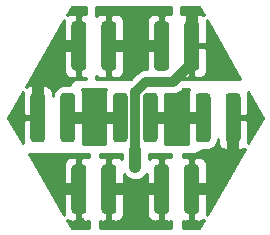
<source format=gbr>
%TF.GenerationSoftware,KiCad,Pcbnew,(5.1.6)-1*%
%TF.CreationDate,2021-11-11T19:19:45-05:00*%
%TF.ProjectId,sevenLEDboard,73657665-6e4c-4454-9462-6f6172642e6b,rev?*%
%TF.SameCoordinates,Original*%
%TF.FileFunction,Copper,L2,Bot*%
%TF.FilePolarity,Positive*%
%FSLAX46Y46*%
G04 Gerber Fmt 4.6, Leading zero omitted, Abs format (unit mm)*
G04 Created by KiCad (PCBNEW (5.1.6)-1) date 2021-11-11 19:19:45*
%MOMM*%
%LPD*%
G01*
G04 APERTURE LIST*
%TA.AperFunction,ViaPad*%
%ADD10C,1.000000*%
%TD*%
%TA.AperFunction,Conductor*%
%ADD11C,0.650000*%
%TD*%
%TA.AperFunction,Conductor*%
%ADD12C,0.850000*%
%TD*%
%TA.AperFunction,Conductor*%
%ADD13C,1.000000*%
%TD*%
%TA.AperFunction,Conductor*%
%ADD14C,0.254000*%
%TD*%
G04 APERTURE END LIST*
%TO.P,D7,2*%
%TO.N,Net-(D6-Pad1)*%
%TA.AperFunction,SMDPad,CuDef*%
G36*
G01*
X148295000Y-70895300D02*
X148295000Y-74460300D01*
G75*
G02*
X147977500Y-74777800I-317500J0D01*
G01*
X147342500Y-74777800D01*
G75*
G02*
X147025000Y-74460300I0J317500D01*
G01*
X147025000Y-70895300D01*
G75*
G02*
X147342500Y-70577800I317500J0D01*
G01*
X147977500Y-70577800D01*
G75*
G02*
X148295000Y-70895300I0J-317500D01*
G01*
G37*
%TD.AperFunction*%
%TO.P,D7,1*%
%TO.N,GND*%
%TA.AperFunction,SMDPad,CuDef*%
G36*
G01*
X150835000Y-70895300D02*
X150835000Y-74460300D01*
G75*
G02*
X150517500Y-74777800I-317500J0D01*
G01*
X149882500Y-74777800D01*
G75*
G02*
X149565000Y-74460300I0J317500D01*
G01*
X149565000Y-70895300D01*
G75*
G02*
X149882500Y-70577800I317500J0D01*
G01*
X150517500Y-70577800D01*
G75*
G02*
X150835000Y-70895300I0J-317500D01*
G01*
G37*
%TD.AperFunction*%
%TD*%
%TO.P,D1,2*%
%TO.N,Net-(D1-Pad2)*%
%TA.AperFunction,SMDPad,CuDef*%
G36*
G01*
X141295000Y-83019700D02*
X141295000Y-86584700D01*
G75*
G02*
X140977500Y-86902200I-317500J0D01*
G01*
X140342500Y-86902200D01*
G75*
G02*
X140025000Y-86584700I0J317500D01*
G01*
X140025000Y-83019700D01*
G75*
G02*
X140342500Y-82702200I317500J0D01*
G01*
X140977500Y-82702200D01*
G75*
G02*
X141295000Y-83019700I0J-317500D01*
G01*
G37*
%TD.AperFunction*%
%TO.P,D1,1*%
%TO.N,Net-(D1-Pad1)*%
%TA.AperFunction,SMDPad,CuDef*%
G36*
G01*
X143835000Y-83019700D02*
X143835000Y-86584700D01*
G75*
G02*
X143517500Y-86902200I-317500J0D01*
G01*
X142882500Y-86902200D01*
G75*
G02*
X142565000Y-86584700I0J317500D01*
G01*
X142565000Y-83019700D01*
G75*
G02*
X142882500Y-82702200I317500J0D01*
G01*
X143517500Y-82702200D01*
G75*
G02*
X143835000Y-83019700I0J-317500D01*
G01*
G37*
%TD.AperFunction*%
%TD*%
%TO.P,D2,2*%
%TO.N,Net-(D1-Pad1)*%
%TA.AperFunction,SMDPad,CuDef*%
G36*
G01*
X148295000Y-83019700D02*
X148295000Y-86584700D01*
G75*
G02*
X147977500Y-86902200I-317500J0D01*
G01*
X147342500Y-86902200D01*
G75*
G02*
X147025000Y-86584700I0J317500D01*
G01*
X147025000Y-83019700D01*
G75*
G02*
X147342500Y-82702200I317500J0D01*
G01*
X147977500Y-82702200D01*
G75*
G02*
X148295000Y-83019700I0J-317500D01*
G01*
G37*
%TD.AperFunction*%
%TO.P,D2,1*%
%TO.N,Net-(D2-Pad1)*%
%TA.AperFunction,SMDPad,CuDef*%
G36*
G01*
X150835000Y-83019700D02*
X150835000Y-86584700D01*
G75*
G02*
X150517500Y-86902200I-317500J0D01*
G01*
X149882500Y-86902200D01*
G75*
G02*
X149565000Y-86584700I0J317500D01*
G01*
X149565000Y-83019700D01*
G75*
G02*
X149882500Y-82702200I317500J0D01*
G01*
X150517500Y-82702200D01*
G75*
G02*
X150835000Y-83019700I0J-317500D01*
G01*
G37*
%TD.AperFunction*%
%TD*%
%TO.P,D3,2*%
%TO.N,Net-(D2-Pad1)*%
%TA.AperFunction,SMDPad,CuDef*%
G36*
G01*
X153065000Y-80522500D02*
X153065000Y-76957500D01*
G75*
G02*
X153382500Y-76640000I317500J0D01*
G01*
X154017500Y-76640000D01*
G75*
G02*
X154335000Y-76957500I0J-317500D01*
G01*
X154335000Y-80522500D01*
G75*
G02*
X154017500Y-80840000I-317500J0D01*
G01*
X153382500Y-80840000D01*
G75*
G02*
X153065000Y-80522500I0J317500D01*
G01*
G37*
%TD.AperFunction*%
%TO.P,D3,1*%
%TO.N,Net-(D3-Pad1)*%
%TA.AperFunction,SMDPad,CuDef*%
G36*
G01*
X150525000Y-80522500D02*
X150525000Y-76957500D01*
G75*
G02*
X150842500Y-76640000I317500J0D01*
G01*
X151477500Y-76640000D01*
G75*
G02*
X151795000Y-76957500I0J-317500D01*
G01*
X151795000Y-80522500D01*
G75*
G02*
X151477500Y-80840000I-317500J0D01*
G01*
X150842500Y-80840000D01*
G75*
G02*
X150525000Y-80522500I0J317500D01*
G01*
G37*
%TD.AperFunction*%
%TD*%
%TO.P,D4,2*%
%TO.N,Net-(D3-Pad1)*%
%TA.AperFunction,SMDPad,CuDef*%
G36*
G01*
X146065000Y-80522500D02*
X146065000Y-76957500D01*
G75*
G02*
X146382500Y-76640000I317500J0D01*
G01*
X147017500Y-76640000D01*
G75*
G02*
X147335000Y-76957500I0J-317500D01*
G01*
X147335000Y-80522500D01*
G75*
G02*
X147017500Y-80840000I-317500J0D01*
G01*
X146382500Y-80840000D01*
G75*
G02*
X146065000Y-80522500I0J317500D01*
G01*
G37*
%TD.AperFunction*%
%TO.P,D4,1*%
%TO.N,Net-(D4-Pad1)*%
%TA.AperFunction,SMDPad,CuDef*%
G36*
G01*
X143525000Y-80522500D02*
X143525000Y-76957500D01*
G75*
G02*
X143842500Y-76640000I317500J0D01*
G01*
X144477500Y-76640000D01*
G75*
G02*
X144795000Y-76957500I0J-317500D01*
G01*
X144795000Y-80522500D01*
G75*
G02*
X144477500Y-80840000I-317500J0D01*
G01*
X143842500Y-80840000D01*
G75*
G02*
X143525000Y-80522500I0J317500D01*
G01*
G37*
%TD.AperFunction*%
%TD*%
%TO.P,D5,2*%
%TO.N,Net-(D4-Pad1)*%
%TA.AperFunction,SMDPad,CuDef*%
G36*
G01*
X139065000Y-80522500D02*
X139065000Y-76957500D01*
G75*
G02*
X139382500Y-76640000I317500J0D01*
G01*
X140017500Y-76640000D01*
G75*
G02*
X140335000Y-76957500I0J-317500D01*
G01*
X140335000Y-80522500D01*
G75*
G02*
X140017500Y-80840000I-317500J0D01*
G01*
X139382500Y-80840000D01*
G75*
G02*
X139065000Y-80522500I0J317500D01*
G01*
G37*
%TD.AperFunction*%
%TO.P,D5,1*%
%TO.N,Net-(D5-Pad1)*%
%TA.AperFunction,SMDPad,CuDef*%
G36*
G01*
X136525000Y-80522500D02*
X136525000Y-76957500D01*
G75*
G02*
X136842500Y-76640000I317500J0D01*
G01*
X137477500Y-76640000D01*
G75*
G02*
X137795000Y-76957500I0J-317500D01*
G01*
X137795000Y-80522500D01*
G75*
G02*
X137477500Y-80840000I-317500J0D01*
G01*
X136842500Y-80840000D01*
G75*
G02*
X136525000Y-80522500I0J317500D01*
G01*
G37*
%TD.AperFunction*%
%TD*%
%TO.P,D6,2*%
%TO.N,Net-(D5-Pad1)*%
%TA.AperFunction,SMDPad,CuDef*%
G36*
G01*
X141295000Y-70895300D02*
X141295000Y-74460300D01*
G75*
G02*
X140977500Y-74777800I-317500J0D01*
G01*
X140342500Y-74777800D01*
G75*
G02*
X140025000Y-74460300I0J317500D01*
G01*
X140025000Y-70895300D01*
G75*
G02*
X140342500Y-70577800I317500J0D01*
G01*
X140977500Y-70577800D01*
G75*
G02*
X141295000Y-70895300I0J-317500D01*
G01*
G37*
%TD.AperFunction*%
%TO.P,D6,1*%
%TO.N,Net-(D6-Pad1)*%
%TA.AperFunction,SMDPad,CuDef*%
G36*
G01*
X143835000Y-70895300D02*
X143835000Y-74460300D01*
G75*
G02*
X143517500Y-74777800I-317500J0D01*
G01*
X142882500Y-74777800D01*
G75*
G02*
X142565000Y-74460300I0J317500D01*
G01*
X142565000Y-70895300D01*
G75*
G02*
X142882500Y-70577800I317500J0D01*
G01*
X143517500Y-70577800D01*
G75*
G02*
X143835000Y-70895300I0J-317500D01*
G01*
G37*
%TD.AperFunction*%
%TD*%
D10*
%TO.N,GND*%
X145430000Y-81500000D03*
X150200000Y-69880000D03*
X153162000Y-74676000D03*
X145430000Y-82916000D03*
%TO.N,Net-(D1-Pad2)*%
X138900000Y-84802200D03*
X140716000Y-87630000D03*
%TD*%
D11*
%TO.N,GND*%
X145430000Y-76728510D02*
X145425000Y-76723510D01*
X150200000Y-74100000D02*
X150200000Y-72677800D01*
D12*
X148600000Y-75700000D02*
X150200000Y-74100000D01*
X146300000Y-75700000D02*
X148600000Y-75700000D01*
D11*
X145430000Y-76728510D02*
X145430000Y-76570000D01*
D13*
X150200000Y-72677800D02*
X150200000Y-69880000D01*
D12*
X145430000Y-76570000D02*
X146300000Y-75700000D01*
X145430000Y-81500000D02*
X145430000Y-76570000D01*
D13*
X145430000Y-81500000D02*
X145430000Y-82916000D01*
%TO.N,Net-(D1-Pad2)*%
X140002200Y-84802200D02*
X138900000Y-84802200D01*
X140660000Y-84802200D02*
X140002200Y-84802200D01*
X140002200Y-84802200D02*
X139192000Y-84802200D01*
%TO.N,Net-(D1-Pad1)*%
X143200000Y-84802200D02*
X147660000Y-84802200D01*
%TO.N,Net-(D2-Pad1)*%
X150200000Y-84802200D02*
X151797800Y-84802200D01*
X150200000Y-84802200D02*
X151697800Y-84802200D01*
X151697800Y-84802200D02*
X152400000Y-84100000D01*
X152400000Y-84100000D02*
X152400000Y-83600000D01*
X153700000Y-82300000D02*
X153700000Y-78740000D01*
X152400000Y-83600000D02*
X153700000Y-82300000D01*
%TO.N,Net-(D3-Pad1)*%
X146700000Y-78740000D02*
X151160000Y-78740000D01*
%TO.N,Net-(D4-Pad1)*%
X139700000Y-78740000D02*
X144160000Y-78740000D01*
%TO.N,Net-(D5-Pad1)*%
X137160000Y-78740000D02*
X137160000Y-75840000D01*
X137160000Y-75840000D02*
X138700000Y-74300000D01*
X138700000Y-74300000D02*
X138700000Y-72900000D01*
X138922200Y-72677800D02*
X140660000Y-72677800D01*
X138700000Y-72900000D02*
X138922200Y-72677800D01*
%TO.N,Net-(D6-Pad1)*%
X147660000Y-72677800D02*
X143200000Y-72677800D01*
%TD*%
D14*
%TO.N,Net-(D6-Pad1)*%
G36*
X148473000Y-69968223D02*
G01*
X148419482Y-69951988D01*
X148295000Y-69939728D01*
X147945750Y-69942800D01*
X147787000Y-70101550D01*
X147787000Y-72550800D01*
X147807000Y-72550800D01*
X147807000Y-72804800D01*
X147787000Y-72804800D01*
X147787000Y-72824800D01*
X147533000Y-72824800D01*
X147533000Y-72804800D01*
X146548750Y-72804800D01*
X146390000Y-72963550D01*
X146387161Y-74640000D01*
X146352058Y-74640000D01*
X146300000Y-74634873D01*
X146247942Y-74640000D01*
X146247934Y-74640000D01*
X146110319Y-74653554D01*
X146092203Y-74655338D01*
X145892393Y-74715950D01*
X145708247Y-74814378D01*
X145546841Y-74946841D01*
X145513651Y-74987284D01*
X145027935Y-75473000D01*
X142127000Y-75473000D01*
X142127000Y-75239806D01*
X142210506Y-75308337D01*
X142320820Y-75367302D01*
X142440518Y-75403612D01*
X142565000Y-75415872D01*
X142914250Y-75412800D01*
X143073000Y-75254050D01*
X143073000Y-72804800D01*
X143327000Y-72804800D01*
X143327000Y-75254050D01*
X143485750Y-75412800D01*
X143835000Y-75415872D01*
X143959482Y-75403612D01*
X144079180Y-75367302D01*
X144189494Y-75308337D01*
X144286185Y-75228985D01*
X144365537Y-75132294D01*
X144424502Y-75021980D01*
X144460812Y-74902282D01*
X144473072Y-74777800D01*
X144470000Y-72963550D01*
X144311250Y-72804800D01*
X143327000Y-72804800D01*
X143073000Y-72804800D01*
X143053000Y-72804800D01*
X143053000Y-72550800D01*
X143073000Y-72550800D01*
X143073000Y-70101550D01*
X143327000Y-70101550D01*
X143327000Y-72550800D01*
X144311250Y-72550800D01*
X144470000Y-72392050D01*
X144473072Y-70577800D01*
X146386928Y-70577800D01*
X146390000Y-72392050D01*
X146548750Y-72550800D01*
X147533000Y-72550800D01*
X147533000Y-70101550D01*
X147374250Y-69942800D01*
X147025000Y-69939728D01*
X146900518Y-69951988D01*
X146780820Y-69988298D01*
X146670506Y-70047263D01*
X146573815Y-70126615D01*
X146494463Y-70223306D01*
X146435498Y-70333620D01*
X146399188Y-70453318D01*
X146386928Y-70577800D01*
X144473072Y-70577800D01*
X144460812Y-70453318D01*
X144424502Y-70333620D01*
X144365537Y-70223306D01*
X144286185Y-70126615D01*
X144189494Y-70047263D01*
X144079180Y-69988298D01*
X143959482Y-69951988D01*
X143835000Y-69939728D01*
X143485750Y-69942800D01*
X143327000Y-70101550D01*
X143073000Y-70101550D01*
X142914250Y-69942800D01*
X142565000Y-69939728D01*
X142440518Y-69951988D01*
X142320820Y-69988298D01*
X142210506Y-70047263D01*
X142127000Y-70115794D01*
X142127000Y-69400000D01*
X148473000Y-69400000D01*
X148473000Y-69968223D01*
G37*
X148473000Y-69968223D02*
X148419482Y-69951988D01*
X148295000Y-69939728D01*
X147945750Y-69942800D01*
X147787000Y-70101550D01*
X147787000Y-72550800D01*
X147807000Y-72550800D01*
X147807000Y-72804800D01*
X147787000Y-72804800D01*
X147787000Y-72824800D01*
X147533000Y-72824800D01*
X147533000Y-72804800D01*
X146548750Y-72804800D01*
X146390000Y-72963550D01*
X146387161Y-74640000D01*
X146352058Y-74640000D01*
X146300000Y-74634873D01*
X146247942Y-74640000D01*
X146247934Y-74640000D01*
X146110319Y-74653554D01*
X146092203Y-74655338D01*
X145892393Y-74715950D01*
X145708247Y-74814378D01*
X145546841Y-74946841D01*
X145513651Y-74987284D01*
X145027935Y-75473000D01*
X142127000Y-75473000D01*
X142127000Y-75239806D01*
X142210506Y-75308337D01*
X142320820Y-75367302D01*
X142440518Y-75403612D01*
X142565000Y-75415872D01*
X142914250Y-75412800D01*
X143073000Y-75254050D01*
X143073000Y-72804800D01*
X143327000Y-72804800D01*
X143327000Y-75254050D01*
X143485750Y-75412800D01*
X143835000Y-75415872D01*
X143959482Y-75403612D01*
X144079180Y-75367302D01*
X144189494Y-75308337D01*
X144286185Y-75228985D01*
X144365537Y-75132294D01*
X144424502Y-75021980D01*
X144460812Y-74902282D01*
X144473072Y-74777800D01*
X144470000Y-72963550D01*
X144311250Y-72804800D01*
X143327000Y-72804800D01*
X143073000Y-72804800D01*
X143053000Y-72804800D01*
X143053000Y-72550800D01*
X143073000Y-72550800D01*
X143073000Y-70101550D01*
X143327000Y-70101550D01*
X143327000Y-72550800D01*
X144311250Y-72550800D01*
X144470000Y-72392050D01*
X144473072Y-70577800D01*
X146386928Y-70577800D01*
X146390000Y-72392050D01*
X146548750Y-72550800D01*
X147533000Y-72550800D01*
X147533000Y-70101550D01*
X147374250Y-69942800D01*
X147025000Y-69939728D01*
X146900518Y-69951988D01*
X146780820Y-69988298D01*
X146670506Y-70047263D01*
X146573815Y-70126615D01*
X146494463Y-70223306D01*
X146435498Y-70333620D01*
X146399188Y-70453318D01*
X146386928Y-70577800D01*
X144473072Y-70577800D01*
X144460812Y-70453318D01*
X144424502Y-70333620D01*
X144365537Y-70223306D01*
X144286185Y-70126615D01*
X144189494Y-70047263D01*
X144079180Y-69988298D01*
X143959482Y-69951988D01*
X143835000Y-69939728D01*
X143485750Y-69942800D01*
X143327000Y-70101550D01*
X143073000Y-70101550D01*
X142914250Y-69942800D01*
X142565000Y-69939728D01*
X142440518Y-69951988D01*
X142320820Y-69988298D01*
X142210506Y-70047263D01*
X142127000Y-70115794D01*
X142127000Y-69400000D01*
X148473000Y-69400000D01*
X148473000Y-69968223D01*
%TO.N,Net-(D3-Pad1)*%
G36*
X149935498Y-76395820D02*
G01*
X149899188Y-76515518D01*
X149886928Y-76640000D01*
X149890000Y-78454250D01*
X150048750Y-78613000D01*
X150773000Y-78613000D01*
X150773000Y-78867000D01*
X150048750Y-78867000D01*
X149890000Y-79025750D01*
X149886928Y-80840000D01*
X149899188Y-80964482D01*
X149901772Y-80973000D01*
X147958228Y-80973000D01*
X147960812Y-80964482D01*
X147973072Y-80840000D01*
X147970000Y-79025750D01*
X147811250Y-78867000D01*
X146827000Y-78867000D01*
X146827000Y-78887000D01*
X146573000Y-78887000D01*
X146573000Y-78867000D01*
X146553000Y-78867000D01*
X146553000Y-78613000D01*
X146573000Y-78613000D01*
X146573000Y-78593000D01*
X146827000Y-78593000D01*
X146827000Y-78613000D01*
X147811250Y-78613000D01*
X147970000Y-78454250D01*
X147972869Y-76760000D01*
X148547944Y-76760000D01*
X148600000Y-76765127D01*
X148652056Y-76760000D01*
X148652066Y-76760000D01*
X148807796Y-76744662D01*
X149007607Y-76684050D01*
X149191753Y-76585622D01*
X149353159Y-76453159D01*
X149386353Y-76412712D01*
X149472065Y-76327000D01*
X149972284Y-76327000D01*
X149935498Y-76395820D01*
G37*
X149935498Y-76395820D02*
X149899188Y-76515518D01*
X149886928Y-76640000D01*
X149890000Y-78454250D01*
X150048750Y-78613000D01*
X150773000Y-78613000D01*
X150773000Y-78867000D01*
X150048750Y-78867000D01*
X149890000Y-79025750D01*
X149886928Y-80840000D01*
X149899188Y-80964482D01*
X149901772Y-80973000D01*
X147958228Y-80973000D01*
X147960812Y-80964482D01*
X147973072Y-80840000D01*
X147970000Y-79025750D01*
X147811250Y-78867000D01*
X146827000Y-78867000D01*
X146827000Y-78887000D01*
X146573000Y-78887000D01*
X146573000Y-78867000D01*
X146553000Y-78867000D01*
X146553000Y-78613000D01*
X146573000Y-78613000D01*
X146573000Y-78593000D01*
X146827000Y-78593000D01*
X146827000Y-78613000D01*
X147811250Y-78613000D01*
X147970000Y-78454250D01*
X147972869Y-76760000D01*
X148547944Y-76760000D01*
X148600000Y-76765127D01*
X148652056Y-76760000D01*
X148652066Y-76760000D01*
X148807796Y-76744662D01*
X149007607Y-76684050D01*
X149191753Y-76585622D01*
X149353159Y-76453159D01*
X149386353Y-76412712D01*
X149472065Y-76327000D01*
X149972284Y-76327000D01*
X149935498Y-76395820D01*
%TO.N,GND*%
G36*
X151202994Y-70058342D02*
G01*
X151189494Y-70047263D01*
X151079180Y-69988298D01*
X150959482Y-69951988D01*
X150835000Y-69939728D01*
X150485750Y-69942800D01*
X150327000Y-70101550D01*
X150327000Y-72550800D01*
X151311250Y-72550800D01*
X151470000Y-72392050D01*
X151473072Y-70577800D01*
X151466941Y-70515553D01*
X154328875Y-75473000D01*
X149327000Y-75473000D01*
X149327000Y-75369177D01*
X149440518Y-75403612D01*
X149565000Y-75415872D01*
X149914250Y-75412800D01*
X150073000Y-75254050D01*
X150073000Y-72804800D01*
X150327000Y-72804800D01*
X150327000Y-75254050D01*
X150485750Y-75412800D01*
X150835000Y-75415872D01*
X150959482Y-75403612D01*
X151079180Y-75367302D01*
X151189494Y-75308337D01*
X151286185Y-75228985D01*
X151365537Y-75132294D01*
X151424502Y-75021980D01*
X151460812Y-74902282D01*
X151473072Y-74777800D01*
X151470000Y-72963550D01*
X151311250Y-72804800D01*
X150327000Y-72804800D01*
X150073000Y-72804800D01*
X150053000Y-72804800D01*
X150053000Y-72550800D01*
X150073000Y-72550800D01*
X150073000Y-70101550D01*
X149914250Y-69942800D01*
X149565000Y-69939728D01*
X149440518Y-69951988D01*
X149327000Y-69986423D01*
X149327000Y-69400000D01*
X150822933Y-69400000D01*
X151202994Y-70058342D01*
G37*
X151202994Y-70058342D02*
X151189494Y-70047263D01*
X151079180Y-69988298D01*
X150959482Y-69951988D01*
X150835000Y-69939728D01*
X150485750Y-69942800D01*
X150327000Y-70101550D01*
X150327000Y-72550800D01*
X151311250Y-72550800D01*
X151470000Y-72392050D01*
X151473072Y-70577800D01*
X151466941Y-70515553D01*
X154328875Y-75473000D01*
X149327000Y-75473000D01*
X149327000Y-75369177D01*
X149440518Y-75403612D01*
X149565000Y-75415872D01*
X149914250Y-75412800D01*
X150073000Y-75254050D01*
X150073000Y-72804800D01*
X150327000Y-72804800D01*
X150327000Y-75254050D01*
X150485750Y-75412800D01*
X150835000Y-75415872D01*
X150959482Y-75403612D01*
X151079180Y-75367302D01*
X151189494Y-75308337D01*
X151286185Y-75228985D01*
X151365537Y-75132294D01*
X151424502Y-75021980D01*
X151460812Y-74902282D01*
X151473072Y-74777800D01*
X151470000Y-72963550D01*
X151311250Y-72804800D01*
X150327000Y-72804800D01*
X150073000Y-72804800D01*
X150053000Y-72804800D01*
X150053000Y-72550800D01*
X150073000Y-72550800D01*
X150073000Y-70101550D01*
X149914250Y-69942800D01*
X149565000Y-69939728D01*
X149440518Y-69951988D01*
X149327000Y-69986423D01*
X149327000Y-69400000D01*
X150822933Y-69400000D01*
X151202994Y-70058342D01*
%TO.N,Net-(D5-Pad1)*%
G36*
X141273000Y-69939922D02*
G01*
X140945750Y-69942800D01*
X140787000Y-70101550D01*
X140787000Y-72550800D01*
X140807000Y-72550800D01*
X140807000Y-72804800D01*
X140787000Y-72804800D01*
X140787000Y-75254050D01*
X140945750Y-75412800D01*
X141273000Y-75415678D01*
X141273000Y-75473000D01*
X140300000Y-75473000D01*
X140275224Y-75475440D01*
X140251399Y-75482667D01*
X140229443Y-75494403D01*
X140210197Y-75510197D01*
X139910197Y-75810197D01*
X139894403Y-75829443D01*
X139882667Y-75851399D01*
X139875440Y-75875224D01*
X139873000Y-75900000D01*
X139873000Y-76001928D01*
X139382500Y-76001928D01*
X139196077Y-76020289D01*
X139016818Y-76074667D01*
X138851613Y-76162971D01*
X138706809Y-76281809D01*
X138587971Y-76426613D01*
X138499667Y-76591818D01*
X138445289Y-76771077D01*
X138432632Y-76899581D01*
X138433072Y-76640000D01*
X138420812Y-76515518D01*
X138384502Y-76395820D01*
X138325537Y-76285506D01*
X138246185Y-76188815D01*
X138149494Y-76109463D01*
X138039180Y-76050498D01*
X137919482Y-76014188D01*
X137795000Y-76001928D01*
X137445750Y-76005000D01*
X137287000Y-76163750D01*
X137287000Y-78613000D01*
X137307000Y-78613000D01*
X137307000Y-78867000D01*
X137287000Y-78867000D01*
X137287000Y-78887000D01*
X137033000Y-78887000D01*
X137033000Y-78867000D01*
X136048750Y-78867000D01*
X135890000Y-79025750D01*
X135886928Y-80840000D01*
X135892999Y-80901638D01*
X134645085Y-78740000D01*
X135892999Y-76578362D01*
X135886928Y-76640000D01*
X135890000Y-78454250D01*
X136048750Y-78613000D01*
X137033000Y-78613000D01*
X137033000Y-76163750D01*
X136874250Y-76005000D01*
X136525000Y-76001928D01*
X136400518Y-76014188D01*
X136280820Y-76050498D01*
X136170506Y-76109463D01*
X136157561Y-76120087D01*
X136932463Y-74777800D01*
X139386928Y-74777800D01*
X139399188Y-74902282D01*
X139435498Y-75021980D01*
X139494463Y-75132294D01*
X139573815Y-75228985D01*
X139670506Y-75308337D01*
X139780820Y-75367302D01*
X139900518Y-75403612D01*
X140025000Y-75415872D01*
X140374250Y-75412800D01*
X140533000Y-75254050D01*
X140533000Y-72804800D01*
X139548750Y-72804800D01*
X139390000Y-72963550D01*
X139386928Y-74777800D01*
X136932463Y-74777800D01*
X139393059Y-70515553D01*
X139386928Y-70577800D01*
X139390000Y-72392050D01*
X139548750Y-72550800D01*
X140533000Y-72550800D01*
X140533000Y-70101550D01*
X140374250Y-69942800D01*
X140025000Y-69939728D01*
X139900518Y-69951988D01*
X139780820Y-69988298D01*
X139670506Y-70047263D01*
X139657007Y-70058341D01*
X140037068Y-69400000D01*
X141273000Y-69400000D01*
X141273000Y-69939922D01*
G37*
X141273000Y-69939922D02*
X140945750Y-69942800D01*
X140787000Y-70101550D01*
X140787000Y-72550800D01*
X140807000Y-72550800D01*
X140807000Y-72804800D01*
X140787000Y-72804800D01*
X140787000Y-75254050D01*
X140945750Y-75412800D01*
X141273000Y-75415678D01*
X141273000Y-75473000D01*
X140300000Y-75473000D01*
X140275224Y-75475440D01*
X140251399Y-75482667D01*
X140229443Y-75494403D01*
X140210197Y-75510197D01*
X139910197Y-75810197D01*
X139894403Y-75829443D01*
X139882667Y-75851399D01*
X139875440Y-75875224D01*
X139873000Y-75900000D01*
X139873000Y-76001928D01*
X139382500Y-76001928D01*
X139196077Y-76020289D01*
X139016818Y-76074667D01*
X138851613Y-76162971D01*
X138706809Y-76281809D01*
X138587971Y-76426613D01*
X138499667Y-76591818D01*
X138445289Y-76771077D01*
X138432632Y-76899581D01*
X138433072Y-76640000D01*
X138420812Y-76515518D01*
X138384502Y-76395820D01*
X138325537Y-76285506D01*
X138246185Y-76188815D01*
X138149494Y-76109463D01*
X138039180Y-76050498D01*
X137919482Y-76014188D01*
X137795000Y-76001928D01*
X137445750Y-76005000D01*
X137287000Y-76163750D01*
X137287000Y-78613000D01*
X137307000Y-78613000D01*
X137307000Y-78867000D01*
X137287000Y-78867000D01*
X137287000Y-78887000D01*
X137033000Y-78887000D01*
X137033000Y-78867000D01*
X136048750Y-78867000D01*
X135890000Y-79025750D01*
X135886928Y-80840000D01*
X135892999Y-80901638D01*
X134645085Y-78740000D01*
X135892999Y-76578362D01*
X135886928Y-76640000D01*
X135890000Y-78454250D01*
X136048750Y-78613000D01*
X137033000Y-78613000D01*
X137033000Y-76163750D01*
X136874250Y-76005000D01*
X136525000Y-76001928D01*
X136400518Y-76014188D01*
X136280820Y-76050498D01*
X136170506Y-76109463D01*
X136157561Y-76120087D01*
X136932463Y-74777800D01*
X139386928Y-74777800D01*
X139399188Y-74902282D01*
X139435498Y-75021980D01*
X139494463Y-75132294D01*
X139573815Y-75228985D01*
X139670506Y-75308337D01*
X139780820Y-75367302D01*
X139900518Y-75403612D01*
X140025000Y-75415872D01*
X140374250Y-75412800D01*
X140533000Y-75254050D01*
X140533000Y-72804800D01*
X139548750Y-72804800D01*
X139390000Y-72963550D01*
X139386928Y-74777800D01*
X136932463Y-74777800D01*
X139393059Y-70515553D01*
X139386928Y-70577800D01*
X139390000Y-72392050D01*
X139548750Y-72550800D01*
X140533000Y-72550800D01*
X140533000Y-70101550D01*
X140374250Y-69942800D01*
X140025000Y-69939728D01*
X139900518Y-69951988D01*
X139780820Y-69988298D01*
X139670506Y-70047263D01*
X139657007Y-70058341D01*
X140037068Y-69400000D01*
X141273000Y-69400000D01*
X141273000Y-69939922D01*
%TO.N,Net-(D2-Pad1)*%
G36*
X156214914Y-78740000D02*
G01*
X154967001Y-80901637D01*
X154973072Y-80840000D01*
X154970000Y-79025750D01*
X154811250Y-78867000D01*
X153827000Y-78867000D01*
X153827000Y-81316250D01*
X153985750Y-81475000D01*
X154335000Y-81478072D01*
X154459482Y-81465812D01*
X154579180Y-81429502D01*
X154689494Y-81370537D01*
X154702438Y-81359914D01*
X151466941Y-86964447D01*
X151473072Y-86902200D01*
X151470000Y-85087950D01*
X151311250Y-84929200D01*
X150327000Y-84929200D01*
X150327000Y-87378450D01*
X150485750Y-87537200D01*
X150835000Y-87540272D01*
X150959482Y-87528012D01*
X151079180Y-87491702D01*
X151189494Y-87432737D01*
X151202994Y-87421658D01*
X150822933Y-88080000D01*
X149427000Y-88080000D01*
X149427000Y-87523911D01*
X149440518Y-87528012D01*
X149565000Y-87540272D01*
X149914250Y-87537200D01*
X150073000Y-87378450D01*
X150073000Y-84929200D01*
X150053000Y-84929200D01*
X150053000Y-84675200D01*
X150073000Y-84675200D01*
X150073000Y-82225950D01*
X150327000Y-82225950D01*
X150327000Y-84675200D01*
X151311250Y-84675200D01*
X151470000Y-84516450D01*
X151473072Y-82702200D01*
X151460812Y-82577718D01*
X151424502Y-82458020D01*
X151365537Y-82347706D01*
X151286185Y-82251015D01*
X151189494Y-82171663D01*
X151079180Y-82112698D01*
X150959482Y-82076388D01*
X150835000Y-82064128D01*
X150485750Y-82067200D01*
X150327000Y-82225950D01*
X150073000Y-82225950D01*
X149914250Y-82067200D01*
X149565000Y-82064128D01*
X149440518Y-82076388D01*
X149427000Y-82080489D01*
X149427000Y-81827000D01*
X150400000Y-81827000D01*
X150424776Y-81824560D01*
X150453706Y-81815085D01*
X151175877Y-81478072D01*
X151477500Y-81478072D01*
X151663923Y-81459711D01*
X151843182Y-81405333D01*
X152008387Y-81317029D01*
X152153191Y-81198191D01*
X152272029Y-81053387D01*
X152360333Y-80888182D01*
X152414711Y-80708923D01*
X152427368Y-80580419D01*
X152426928Y-80840000D01*
X152439188Y-80964482D01*
X152475498Y-81084180D01*
X152534463Y-81194494D01*
X152613815Y-81291185D01*
X152710506Y-81370537D01*
X152820820Y-81429502D01*
X152940518Y-81465812D01*
X153065000Y-81478072D01*
X153414250Y-81475000D01*
X153573000Y-81316250D01*
X153573000Y-78867000D01*
X153553000Y-78867000D01*
X153553000Y-78613000D01*
X153573000Y-78613000D01*
X153573000Y-78593000D01*
X153827000Y-78593000D01*
X153827000Y-78613000D01*
X154811250Y-78613000D01*
X154970000Y-78454250D01*
X154973072Y-76640000D01*
X154967001Y-76578363D01*
X156214914Y-78740000D01*
G37*
X156214914Y-78740000D02*
X154967001Y-80901637D01*
X154973072Y-80840000D01*
X154970000Y-79025750D01*
X154811250Y-78867000D01*
X153827000Y-78867000D01*
X153827000Y-81316250D01*
X153985750Y-81475000D01*
X154335000Y-81478072D01*
X154459482Y-81465812D01*
X154579180Y-81429502D01*
X154689494Y-81370537D01*
X154702438Y-81359914D01*
X151466941Y-86964447D01*
X151473072Y-86902200D01*
X151470000Y-85087950D01*
X151311250Y-84929200D01*
X150327000Y-84929200D01*
X150327000Y-87378450D01*
X150485750Y-87537200D01*
X150835000Y-87540272D01*
X150959482Y-87528012D01*
X151079180Y-87491702D01*
X151189494Y-87432737D01*
X151202994Y-87421658D01*
X150822933Y-88080000D01*
X149427000Y-88080000D01*
X149427000Y-87523911D01*
X149440518Y-87528012D01*
X149565000Y-87540272D01*
X149914250Y-87537200D01*
X150073000Y-87378450D01*
X150073000Y-84929200D01*
X150053000Y-84929200D01*
X150053000Y-84675200D01*
X150073000Y-84675200D01*
X150073000Y-82225950D01*
X150327000Y-82225950D01*
X150327000Y-84675200D01*
X151311250Y-84675200D01*
X151470000Y-84516450D01*
X151473072Y-82702200D01*
X151460812Y-82577718D01*
X151424502Y-82458020D01*
X151365537Y-82347706D01*
X151286185Y-82251015D01*
X151189494Y-82171663D01*
X151079180Y-82112698D01*
X150959482Y-82076388D01*
X150835000Y-82064128D01*
X150485750Y-82067200D01*
X150327000Y-82225950D01*
X150073000Y-82225950D01*
X149914250Y-82067200D01*
X149565000Y-82064128D01*
X149440518Y-82076388D01*
X149427000Y-82080489D01*
X149427000Y-81827000D01*
X150400000Y-81827000D01*
X150424776Y-81824560D01*
X150453706Y-81815085D01*
X151175877Y-81478072D01*
X151477500Y-81478072D01*
X151663923Y-81459711D01*
X151843182Y-81405333D01*
X152008387Y-81317029D01*
X152153191Y-81198191D01*
X152272029Y-81053387D01*
X152360333Y-80888182D01*
X152414711Y-80708923D01*
X152427368Y-80580419D01*
X152426928Y-80840000D01*
X152439188Y-80964482D01*
X152475498Y-81084180D01*
X152534463Y-81194494D01*
X152613815Y-81291185D01*
X152710506Y-81370537D01*
X152820820Y-81429502D01*
X152940518Y-81465812D01*
X153065000Y-81478072D01*
X153414250Y-81475000D01*
X153573000Y-81316250D01*
X153573000Y-78867000D01*
X153553000Y-78867000D01*
X153553000Y-78613000D01*
X153573000Y-78613000D01*
X153573000Y-78593000D01*
X153827000Y-78593000D01*
X153827000Y-78613000D01*
X154811250Y-78613000D01*
X154970000Y-78454250D01*
X154973072Y-76640000D01*
X154967001Y-76578363D01*
X156214914Y-78740000D01*
%TO.N,Net-(D1-Pad2)*%
G36*
X141473000Y-82092623D02*
G01*
X141419482Y-82076388D01*
X141295000Y-82064128D01*
X140945750Y-82067200D01*
X140787000Y-82225950D01*
X140787000Y-84675200D01*
X140807000Y-84675200D01*
X140807000Y-84929200D01*
X140787000Y-84929200D01*
X140787000Y-87378450D01*
X140945750Y-87537200D01*
X141295000Y-87540272D01*
X141419482Y-87528012D01*
X141473000Y-87511777D01*
X141473000Y-88080000D01*
X140037068Y-88080000D01*
X139657007Y-87421659D01*
X139670506Y-87432737D01*
X139780820Y-87491702D01*
X139900518Y-87528012D01*
X140025000Y-87540272D01*
X140374250Y-87537200D01*
X140533000Y-87378450D01*
X140533000Y-84929200D01*
X139548750Y-84929200D01*
X139390000Y-85087950D01*
X139386928Y-86902200D01*
X139393059Y-86964447D01*
X136932464Y-82702200D01*
X139386928Y-82702200D01*
X139390000Y-84516450D01*
X139548750Y-84675200D01*
X140533000Y-84675200D01*
X140533000Y-82225950D01*
X140374250Y-82067200D01*
X140025000Y-82064128D01*
X139900518Y-82076388D01*
X139780820Y-82112698D01*
X139670506Y-82171663D01*
X139573815Y-82251015D01*
X139494463Y-82347706D01*
X139435498Y-82458020D01*
X139399188Y-82577718D01*
X139386928Y-82702200D01*
X136932464Y-82702200D01*
X136427210Y-81827000D01*
X141473000Y-81827000D01*
X141473000Y-82092623D01*
G37*
X141473000Y-82092623D02*
X141419482Y-82076388D01*
X141295000Y-82064128D01*
X140945750Y-82067200D01*
X140787000Y-82225950D01*
X140787000Y-84675200D01*
X140807000Y-84675200D01*
X140807000Y-84929200D01*
X140787000Y-84929200D01*
X140787000Y-87378450D01*
X140945750Y-87537200D01*
X141295000Y-87540272D01*
X141419482Y-87528012D01*
X141473000Y-87511777D01*
X141473000Y-88080000D01*
X140037068Y-88080000D01*
X139657007Y-87421659D01*
X139670506Y-87432737D01*
X139780820Y-87491702D01*
X139900518Y-87528012D01*
X140025000Y-87540272D01*
X140374250Y-87537200D01*
X140533000Y-87378450D01*
X140533000Y-84929200D01*
X139548750Y-84929200D01*
X139390000Y-85087950D01*
X139386928Y-86902200D01*
X139393059Y-86964447D01*
X136932464Y-82702200D01*
X139386928Y-82702200D01*
X139390000Y-84516450D01*
X139548750Y-84675200D01*
X140533000Y-84675200D01*
X140533000Y-82225950D01*
X140374250Y-82067200D01*
X140025000Y-82064128D01*
X139900518Y-82076388D01*
X139780820Y-82112698D01*
X139670506Y-82171663D01*
X139573815Y-82251015D01*
X139494463Y-82347706D01*
X139435498Y-82458020D01*
X139399188Y-82577718D01*
X139386928Y-82702200D01*
X136932464Y-82702200D01*
X136427210Y-81827000D01*
X141473000Y-81827000D01*
X141473000Y-82092623D01*
%TO.N,Net-(D1-Pad1)*%
G36*
X144295000Y-82261756D02*
G01*
X144286185Y-82251015D01*
X144189494Y-82171663D01*
X144079180Y-82112698D01*
X143959482Y-82076388D01*
X143835000Y-82064128D01*
X143485750Y-82067200D01*
X143327000Y-82225950D01*
X143327000Y-84675200D01*
X144311250Y-84675200D01*
X144470000Y-84516450D01*
X144471669Y-83530824D01*
X144481717Y-83549623D01*
X144517254Y-83592925D01*
X144548388Y-83639520D01*
X144588014Y-83679146D01*
X144623552Y-83722449D01*
X144666855Y-83757987D01*
X144706480Y-83797612D01*
X144753074Y-83828745D01*
X144796378Y-83864284D01*
X144845782Y-83890691D01*
X144892376Y-83921824D01*
X144944153Y-83943271D01*
X144993554Y-83969676D01*
X145047155Y-83985936D01*
X145098933Y-84007383D01*
X145153897Y-84018316D01*
X145207502Y-84034577D01*
X145263252Y-84040068D01*
X145318212Y-84051000D01*
X145374249Y-84051000D01*
X145430000Y-84056491D01*
X145485752Y-84051000D01*
X145541788Y-84051000D01*
X145596747Y-84040068D01*
X145652499Y-84034577D01*
X145706106Y-84018315D01*
X145761067Y-84007383D01*
X145812842Y-83985937D01*
X145866447Y-83969676D01*
X145915851Y-83943269D01*
X145967624Y-83921824D01*
X146014214Y-83890693D01*
X146063623Y-83864284D01*
X146106932Y-83828741D01*
X146153520Y-83797612D01*
X146193141Y-83757991D01*
X146236449Y-83722449D01*
X146271991Y-83679141D01*
X146311612Y-83639520D01*
X146342741Y-83592932D01*
X146378284Y-83549623D01*
X146388331Y-83530826D01*
X146390000Y-84516450D01*
X146548750Y-84675200D01*
X147533000Y-84675200D01*
X147533000Y-82225950D01*
X147374250Y-82067200D01*
X147025000Y-82064128D01*
X146900518Y-82076388D01*
X146780820Y-82112698D01*
X146670506Y-82171663D01*
X146573815Y-82251015D01*
X146565000Y-82261756D01*
X146565000Y-81827000D01*
X148473000Y-81827000D01*
X148473000Y-82092623D01*
X148419482Y-82076388D01*
X148295000Y-82064128D01*
X147945750Y-82067200D01*
X147787000Y-82225950D01*
X147787000Y-84675200D01*
X147807000Y-84675200D01*
X147807000Y-84929200D01*
X147787000Y-84929200D01*
X147787000Y-87378450D01*
X147945750Y-87537200D01*
X148295000Y-87540272D01*
X148419482Y-87528012D01*
X148473000Y-87511777D01*
X148473000Y-88080000D01*
X142427000Y-88080000D01*
X142427000Y-87523911D01*
X142440518Y-87528012D01*
X142565000Y-87540272D01*
X142914250Y-87537200D01*
X143073000Y-87378450D01*
X143073000Y-84929200D01*
X143327000Y-84929200D01*
X143327000Y-87378450D01*
X143485750Y-87537200D01*
X143835000Y-87540272D01*
X143959482Y-87528012D01*
X144079180Y-87491702D01*
X144189494Y-87432737D01*
X144286185Y-87353385D01*
X144365537Y-87256694D01*
X144424502Y-87146380D01*
X144460812Y-87026682D01*
X144473072Y-86902200D01*
X146386928Y-86902200D01*
X146399188Y-87026682D01*
X146435498Y-87146380D01*
X146494463Y-87256694D01*
X146573815Y-87353385D01*
X146670506Y-87432737D01*
X146780820Y-87491702D01*
X146900518Y-87528012D01*
X147025000Y-87540272D01*
X147374250Y-87537200D01*
X147533000Y-87378450D01*
X147533000Y-84929200D01*
X146548750Y-84929200D01*
X146390000Y-85087950D01*
X146386928Y-86902200D01*
X144473072Y-86902200D01*
X144470000Y-85087950D01*
X144311250Y-84929200D01*
X143327000Y-84929200D01*
X143073000Y-84929200D01*
X143053000Y-84929200D01*
X143053000Y-84675200D01*
X143073000Y-84675200D01*
X143073000Y-82225950D01*
X142914250Y-82067200D01*
X142565000Y-82064128D01*
X142440518Y-82076388D01*
X142427000Y-82080489D01*
X142427000Y-81827000D01*
X144295000Y-81827000D01*
X144295000Y-82261756D01*
G37*
X144295000Y-82261756D02*
X144286185Y-82251015D01*
X144189494Y-82171663D01*
X144079180Y-82112698D01*
X143959482Y-82076388D01*
X143835000Y-82064128D01*
X143485750Y-82067200D01*
X143327000Y-82225950D01*
X143327000Y-84675200D01*
X144311250Y-84675200D01*
X144470000Y-84516450D01*
X144471669Y-83530824D01*
X144481717Y-83549623D01*
X144517254Y-83592925D01*
X144548388Y-83639520D01*
X144588014Y-83679146D01*
X144623552Y-83722449D01*
X144666855Y-83757987D01*
X144706480Y-83797612D01*
X144753074Y-83828745D01*
X144796378Y-83864284D01*
X144845782Y-83890691D01*
X144892376Y-83921824D01*
X144944153Y-83943271D01*
X144993554Y-83969676D01*
X145047155Y-83985936D01*
X145098933Y-84007383D01*
X145153897Y-84018316D01*
X145207502Y-84034577D01*
X145263252Y-84040068D01*
X145318212Y-84051000D01*
X145374249Y-84051000D01*
X145430000Y-84056491D01*
X145485752Y-84051000D01*
X145541788Y-84051000D01*
X145596747Y-84040068D01*
X145652499Y-84034577D01*
X145706106Y-84018315D01*
X145761067Y-84007383D01*
X145812842Y-83985937D01*
X145866447Y-83969676D01*
X145915851Y-83943269D01*
X145967624Y-83921824D01*
X146014214Y-83890693D01*
X146063623Y-83864284D01*
X146106932Y-83828741D01*
X146153520Y-83797612D01*
X146193141Y-83757991D01*
X146236449Y-83722449D01*
X146271991Y-83679141D01*
X146311612Y-83639520D01*
X146342741Y-83592932D01*
X146378284Y-83549623D01*
X146388331Y-83530826D01*
X146390000Y-84516450D01*
X146548750Y-84675200D01*
X147533000Y-84675200D01*
X147533000Y-82225950D01*
X147374250Y-82067200D01*
X147025000Y-82064128D01*
X146900518Y-82076388D01*
X146780820Y-82112698D01*
X146670506Y-82171663D01*
X146573815Y-82251015D01*
X146565000Y-82261756D01*
X146565000Y-81827000D01*
X148473000Y-81827000D01*
X148473000Y-82092623D01*
X148419482Y-82076388D01*
X148295000Y-82064128D01*
X147945750Y-82067200D01*
X147787000Y-82225950D01*
X147787000Y-84675200D01*
X147807000Y-84675200D01*
X147807000Y-84929200D01*
X147787000Y-84929200D01*
X147787000Y-87378450D01*
X147945750Y-87537200D01*
X148295000Y-87540272D01*
X148419482Y-87528012D01*
X148473000Y-87511777D01*
X148473000Y-88080000D01*
X142427000Y-88080000D01*
X142427000Y-87523911D01*
X142440518Y-87528012D01*
X142565000Y-87540272D01*
X142914250Y-87537200D01*
X143073000Y-87378450D01*
X143073000Y-84929200D01*
X143327000Y-84929200D01*
X143327000Y-87378450D01*
X143485750Y-87537200D01*
X143835000Y-87540272D01*
X143959482Y-87528012D01*
X144079180Y-87491702D01*
X144189494Y-87432737D01*
X144286185Y-87353385D01*
X144365537Y-87256694D01*
X144424502Y-87146380D01*
X144460812Y-87026682D01*
X144473072Y-86902200D01*
X146386928Y-86902200D01*
X146399188Y-87026682D01*
X146435498Y-87146380D01*
X146494463Y-87256694D01*
X146573815Y-87353385D01*
X146670506Y-87432737D01*
X146780820Y-87491702D01*
X146900518Y-87528012D01*
X147025000Y-87540272D01*
X147374250Y-87537200D01*
X147533000Y-87378450D01*
X147533000Y-84929200D01*
X146548750Y-84929200D01*
X146390000Y-85087950D01*
X146386928Y-86902200D01*
X144473072Y-86902200D01*
X144470000Y-85087950D01*
X144311250Y-84929200D01*
X143327000Y-84929200D01*
X143073000Y-84929200D01*
X143053000Y-84929200D01*
X143053000Y-84675200D01*
X143073000Y-84675200D01*
X143073000Y-82225950D01*
X142914250Y-82067200D01*
X142565000Y-82064128D01*
X142440518Y-82076388D01*
X142427000Y-82080489D01*
X142427000Y-81827000D01*
X144295000Y-81827000D01*
X144295000Y-82261756D01*
%TO.N,Net-(D4-Pad1)*%
G36*
X142935498Y-76395820D02*
G01*
X142899188Y-76515518D01*
X142886928Y-76640000D01*
X142890000Y-78454250D01*
X143048750Y-78613000D01*
X144033000Y-78613000D01*
X144033000Y-78593000D01*
X144287000Y-78593000D01*
X144287000Y-78613000D01*
X144307000Y-78613000D01*
X144307000Y-78867000D01*
X144287000Y-78867000D01*
X144287000Y-78887000D01*
X144033000Y-78887000D01*
X144033000Y-78867000D01*
X143048750Y-78867000D01*
X142890000Y-79025750D01*
X142886928Y-80840000D01*
X142899188Y-80964482D01*
X142901772Y-80973000D01*
X140958228Y-80973000D01*
X140960812Y-80964482D01*
X140973072Y-80840000D01*
X140970000Y-79025750D01*
X140811250Y-78867000D01*
X140727000Y-78867000D01*
X140727000Y-78613000D01*
X140811250Y-78613000D01*
X140970000Y-78454250D01*
X140973072Y-76640000D01*
X140960812Y-76515518D01*
X140924502Y-76395820D01*
X140887716Y-76327000D01*
X142972284Y-76327000D01*
X142935498Y-76395820D01*
G37*
X142935498Y-76395820D02*
X142899188Y-76515518D01*
X142886928Y-76640000D01*
X142890000Y-78454250D01*
X143048750Y-78613000D01*
X144033000Y-78613000D01*
X144033000Y-78593000D01*
X144287000Y-78593000D01*
X144287000Y-78613000D01*
X144307000Y-78613000D01*
X144307000Y-78867000D01*
X144287000Y-78867000D01*
X144287000Y-78887000D01*
X144033000Y-78887000D01*
X144033000Y-78867000D01*
X143048750Y-78867000D01*
X142890000Y-79025750D01*
X142886928Y-80840000D01*
X142899188Y-80964482D01*
X142901772Y-80973000D01*
X140958228Y-80973000D01*
X140960812Y-80964482D01*
X140973072Y-80840000D01*
X140970000Y-79025750D01*
X140811250Y-78867000D01*
X140727000Y-78867000D01*
X140727000Y-78613000D01*
X140811250Y-78613000D01*
X140970000Y-78454250D01*
X140973072Y-76640000D01*
X140960812Y-76515518D01*
X140924502Y-76395820D01*
X140887716Y-76327000D01*
X142972284Y-76327000D01*
X142935498Y-76395820D01*
%TD*%
M02*

</source>
